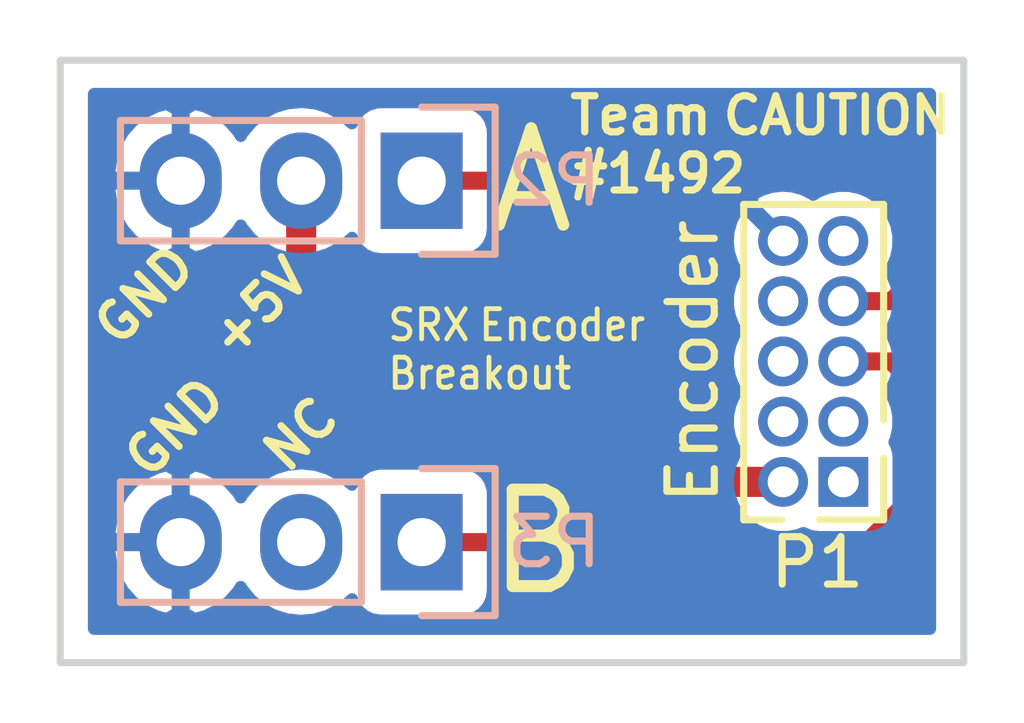
<source format=kicad_pcb>
(kicad_pcb (version 4) (host pcbnew 4.0.5)

  (general
    (links 5)
    (no_connects 0)
    (area 133.35 97.5726 154.940001 113.030001)
    (thickness 1.6002)
    (drawings 12)
    (tracks 14)
    (zones 0)
    (modules 3)
    (nets 12)
  )

  (page USLetter)
  (layers
    (0 F.Cu signal)
    (31 B.Cu signal)
    (32 B.Adhes user)
    (33 F.Adhes user)
    (34 B.Paste user)
    (35 F.Paste user)
    (36 B.SilkS user)
    (37 F.SilkS user)
    (38 B.Mask user)
    (39 F.Mask user)
    (40 Dwgs.User user)
    (41 Cmts.User user)
    (42 Eco1.User user)
    (43 Eco2.User user)
    (44 Edge.Cuts user)
    (45 Margin user)
    (46 B.CrtYd user)
    (47 F.CrtYd user)
    (48 B.Fab user hide)
    (49 F.Fab user hide)
  )

  (setup
    (last_trace_width 0.381)
    (user_trace_width 0.254)
    (user_trace_width 0.381)
    (user_trace_width 0.508)
    (user_trace_width 0.635)
    (user_trace_width 0.762)
    (trace_clearance 0.1524)
    (zone_clearance 0.508)
    (zone_45_only yes)
    (trace_min 0.1524)
    (segment_width 0.2)
    (edge_width 0.15)
    (via_size 0.6858)
    (via_drill 0.3302)
    (via_min_size 0.6858)
    (via_min_drill 0.3302)
    (user_via 0.762 0.4064)
    (uvia_size 0.0762)
    (uvia_drill 0.0508)
    (uvias_allowed no)
    (uvia_min_size 0)
    (uvia_min_drill 0)
    (pcb_text_width 0.1524)
    (pcb_text_size 0.762 0.762)
    (mod_edge_width 0.15)
    (mod_text_size 1 1)
    (mod_text_width 0.15)
    (pad_size 1.7272 2.032)
    (pad_drill 1.016)
    (pad_to_mask_clearance 0.1016)
    (solder_mask_min_width 0.1016)
    (aux_axis_origin 0 0)
    (visible_elements FFFFFFFF)
    (pcbplotparams
      (layerselection 0x010f0_80000001)
      (usegerberextensions true)
      (excludeedgelayer true)
      (linewidth 0.100000)
      (plotframeref false)
      (viasonmask false)
      (mode 1)
      (useauxorigin false)
      (hpglpennumber 1)
      (hpglpenspeed 20)
      (hpglpendiameter 15)
      (hpglpenoverlay 2)
      (psnegative false)
      (psa4output false)
      (plotreference true)
      (plotvalue true)
      (plotinvisibletext false)
      (padsonsilk false)
      (subtractmaskfromsilk false)
      (outputformat 1)
      (mirror false)
      (drillshape 0)
      (scaleselection 1)
      (outputdirectory gerbers/))
  )

  (net 0 "")
  (net 1 +3V3)
  (net 2 "Net-(P1-Pad3)")
  (net 3 /B)
  (net 4 /A)
  (net 5 /PWM)
  (net 6 /F_LIMIT)
  (net 7 "Net-(P1-Pad6)")
  (net 8 /R_LIMIT)
  (net 9 GND)
  (net 10 +5V)
  (net 11 "Net-(P3-Pad2)")

  (net_class Default "This is the default net class."
    (clearance 0.1524)
    (trace_width 0.381)
    (via_dia 0.6858)
    (via_drill 0.3302)
    (uvia_dia 0.0762)
    (uvia_drill 0.0508)
    (add_net /A)
    (add_net /B)
    (add_net /F_LIMIT)
    (add_net /PWM)
    (add_net /R_LIMIT)
    (add_net "Net-(P1-Pad3)")
    (add_net "Net-(P1-Pad6)")
    (add_net "Net-(P3-Pad2)")
  )

  (net_class Power ""
    (clearance 0.1524)
    (trace_width 0.635)
    (via_dia 0.6858)
    (via_drill 0.3302)
    (uvia_dia 0.0762)
    (uvia_drill 0.0508)
    (add_net +3V3)
    (add_net +5V)
    (add_net GND)
  )

  (module Pin_Headers:Pin_Header_Straight_2x05_Pitch1.27mm locked (layer F.Cu) (tedit 588A87C6) (tstamp 5889899A)
    (at 151.13 107.95 180)
    (descr "Through hole pin header, pitch 1.27mm")
    (tags "pin header")
    (path /58891271)
    (fp_text reference P1 (at 0.55 -1.7 180) (layer F.SilkS)
      (effects (font (size 1 1) (thickness 0.15)))
    )
    (fp_text value Encoder (at 3.175 2.54 270) (layer F.SilkS)
      (effects (font (size 1 1) (thickness 0.15)))
    )
    (fp_line (start 2.1 -0.8) (end 1.3 -0.8) (layer F.SilkS) (width 0.15))
    (fp_line (start 2.1 5.85) (end 2.1 -0.8) (layer F.SilkS) (width 0.15))
    (fp_line (start 2.1 5.85) (end -0.85 5.85) (layer F.SilkS) (width 0.15))
    (fp_line (start -1.1 -1.05) (end -1.1 6.1) (layer F.CrtYd) (width 0.05))
    (fp_line (start 2.35 -1.05) (end 2.35 6.1) (layer F.CrtYd) (width 0.05))
    (fp_line (start -1.1 -1.05) (end 2.35 -1.05) (layer F.CrtYd) (width 0.05))
    (fp_line (start -1.1 6.1) (end 2.35 6.1) (layer F.CrtYd) (width 0.05))
    (fp_line (start -0.85 5.85) (end -0.85 1.3) (layer F.SilkS) (width 0.15))
    (fp_line (start 0.5 -0.8) (end -0.85 -0.8) (layer F.SilkS) (width 0.15))
    (fp_line (start -0.85 -0.8) (end -0.85 0.5) (layer F.SilkS) (width 0.15))
    (pad 1 thru_hole rect (at 0 0 180) (size 1.05 1.05) (drill 0.65) (layers *.Cu *.Mask)
      (net 1 +3V3))
    (pad 3 thru_hole circle (at 0 1.27 180) (size 1.05 1.05) (drill 0.65) (layers *.Cu *.Mask)
      (net 2 "Net-(P1-Pad3)"))
    (pad 5 thru_hole circle (at 0 2.54 180) (size 1.05 1.05) (drill 0.65) (layers *.Cu *.Mask)
      (net 3 /B))
    (pad 7 thru_hole circle (at 0 3.81 180) (size 1.05 1.05) (drill 0.65) (layers *.Cu *.Mask)
      (net 4 /A))
    (pad 9 thru_hole circle (at 0 5.08 180) (size 1.05 1.05) (drill 0.65) (layers *.Cu *.Mask)
      (net 5 /PWM))
    (pad 4 thru_hole circle (at 1.27 1.27 180) (size 1.05 1.05) (drill 0.65) (layers *.Cu *.Mask)
      (net 6 /F_LIMIT))
    (pad 6 thru_hole circle (at 1.27 2.54 180) (size 1.05 1.05) (drill 0.65) (layers *.Cu *.Mask)
      (net 7 "Net-(P1-Pad6)"))
    (pad 8 thru_hole circle (at 1.27 3.81 180) (size 1.05 1.05) (drill 0.65) (layers *.Cu *.Mask)
      (net 8 /R_LIMIT))
    (pad 10 thru_hole circle (at 1.27 5.08 180) (size 1.05 1.05) (drill 0.65) (layers *.Cu *.Mask)
      (net 9 GND))
    (pad 2 thru_hole circle (at 1.27 0 180) (size 1.05 1.05) (drill 0.65) (layers *.Cu *.Mask)
      (net 10 +5V))
  )

  (module Socket_Strips:Socket_Strip_Straight_1x03 locked (layer B.Cu) (tedit 58899784) (tstamp 588989A1)
    (at 142.24 101.6 180)
    (descr "Through hole socket strip")
    (tags "socket strip")
    (path /58891297)
    (fp_text reference P2 (at -2.794 0 180) (layer B.SilkS)
      (effects (font (size 1 1) (thickness 0.15)) (justify mirror))
    )
    (fp_text value RoboRIO1 (at 0 3.1 180) (layer B.Fab)
      (effects (font (size 1 1) (thickness 0.15)) (justify mirror))
    )
    (fp_line (start 0 1.55) (end -1.55 1.55) (layer B.SilkS) (width 0.15))
    (fp_line (start -1.55 1.55) (end -1.55 -1.55) (layer B.SilkS) (width 0.15))
    (fp_line (start -1.55 -1.55) (end 0 -1.55) (layer B.SilkS) (width 0.15))
    (fp_line (start -1.75 1.75) (end -1.75 -1.75) (layer B.CrtYd) (width 0.05))
    (fp_line (start 6.85 1.75) (end 6.85 -1.75) (layer B.CrtYd) (width 0.05))
    (fp_line (start -1.75 1.75) (end 6.85 1.75) (layer B.CrtYd) (width 0.05))
    (fp_line (start -1.75 -1.75) (end 6.85 -1.75) (layer B.CrtYd) (width 0.05))
    (fp_line (start 1.27 1.27) (end 6.35 1.27) (layer B.SilkS) (width 0.15))
    (fp_line (start 6.35 1.27) (end 6.35 -1.27) (layer B.SilkS) (width 0.15))
    (fp_line (start 6.35 -1.27) (end 1.27 -1.27) (layer B.SilkS) (width 0.15))
    (fp_line (start 1.27 -1.27) (end 1.27 1.27) (layer B.SilkS) (width 0.15))
    (pad 1 thru_hole rect (at 0 0 180) (size 1.7272 2.032) (drill 1.016) (layers *.Cu *.Mask)
      (net 4 /A))
    (pad 2 thru_hole oval (at 2.54 0 180) (size 1.7272 2.032) (drill 1.016) (layers *.Cu *.Mask)
      (net 10 +5V))
    (pad 3 thru_hole oval (at 5.08 0 180) (size 1.7272 2.032) (drill 1.016) (layers *.Cu *.Mask)
      (net 9 GND))
    (model Socket_Strips.3dshapes/Socket_Strip_Straight_1x03.wrl
      (at (xyz 0.1 0 0))
      (scale (xyz 1 1 1))
      (rotate (xyz 0 0 180))
    )
  )

  (module Socket_Strips:Socket_Strip_Straight_1x03 locked (layer B.Cu) (tedit 54E9F429) (tstamp 588989A8)
    (at 142.24 109.22 180)
    (descr "Through hole socket strip")
    (tags "socket strip")
    (path /588912B0)
    (fp_text reference P3 (at -2.794 0 180) (layer B.SilkS)
      (effects (font (size 1 1) (thickness 0.15)) (justify mirror))
    )
    (fp_text value RoboRIO2 (at 0 3.1 180) (layer B.Fab)
      (effects (font (size 1 1) (thickness 0.15)) (justify mirror))
    )
    (fp_line (start 0 1.55) (end -1.55 1.55) (layer B.SilkS) (width 0.15))
    (fp_line (start -1.55 1.55) (end -1.55 -1.55) (layer B.SilkS) (width 0.15))
    (fp_line (start -1.55 -1.55) (end 0 -1.55) (layer B.SilkS) (width 0.15))
    (fp_line (start -1.75 1.75) (end -1.75 -1.75) (layer B.CrtYd) (width 0.05))
    (fp_line (start 6.85 1.75) (end 6.85 -1.75) (layer B.CrtYd) (width 0.05))
    (fp_line (start -1.75 1.75) (end 6.85 1.75) (layer B.CrtYd) (width 0.05))
    (fp_line (start -1.75 -1.75) (end 6.85 -1.75) (layer B.CrtYd) (width 0.05))
    (fp_line (start 1.27 1.27) (end 6.35 1.27) (layer B.SilkS) (width 0.15))
    (fp_line (start 6.35 1.27) (end 6.35 -1.27) (layer B.SilkS) (width 0.15))
    (fp_line (start 6.35 -1.27) (end 1.27 -1.27) (layer B.SilkS) (width 0.15))
    (fp_line (start 1.27 -1.27) (end 1.27 1.27) (layer B.SilkS) (width 0.15))
    (pad 1 thru_hole rect (at 0 0 180) (size 1.7272 2.032) (drill 1.016) (layers *.Cu *.Mask)
      (net 3 /B))
    (pad 2 thru_hole oval (at 2.54 0 180) (size 1.7272 2.032) (drill 1.016) (layers *.Cu *.Mask)
      (net 11 "Net-(P3-Pad2)"))
    (pad 3 thru_hole oval (at 5.08 0 180) (size 1.7272 2.032) (drill 1.016) (layers *.Cu *.Mask)
      (net 9 GND))
    (model Socket_Strips.3dshapes/Socket_Strip_Straight_1x03.wrl
      (at (xyz 0.1 0 0))
      (scale (xyz 1 1 1))
      (rotate (xyz 0 0 180))
    )
  )

  (gr_text "Team CAUTION\n#1492" (at 145.288 100.838) (layer F.SilkS)
    (effects (font (size 0.762 0.762) (thickness 0.1524)) (justify left))
  )
  (gr_text "SRX Encoder\nBreakout" (at 141.478 105.156) (layer F.SilkS) (tstamp 588A857C)
    (effects (font (size 0.635 0.5842) (thickness 0.1016)) (justify left))
  )
  (gr_text NC (at 139.065 107.569 45) (layer F.SilkS) (tstamp 588A81BD)
    (effects (font (size 0.762 0.762) (thickness 0.1524)) (justify left))
  )
  (gr_text GND (at 136.144 107.696 45) (layer F.SilkS) (tstamp 588A8067)
    (effects (font (size 0.762 0.762) (thickness 0.1524)) (justify left))
  )
  (gr_text +5V (at 139.7 103.378 45) (layer F.SilkS) (tstamp 588A804E)
    (effects (font (size 0.762 0.762) (thickness 0.1524)) (justify right))
  )
  (gr_text GND (at 137.287 103.124 45) (layer F.SilkS) (tstamp 588A7F76)
    (effects (font (size 0.762 0.762) (thickness 0.1524)) (justify right))
  )
  (gr_text B (at 143.51 109.22) (layer F.SilkS) (tstamp 58899C36)
    (effects (font (size 2.032 2.032) (thickness 0.254)) (justify left))
  )
  (gr_text A (at 143.51 101.6) (layer F.SilkS)
    (effects (font (size 2.032 2.032) (thickness 0.254)) (justify left))
  )
  (gr_line (start 153.67 99.06) (end 134.62 99.06) (layer Edge.Cuts) (width 0.15))
  (gr_line (start 153.67 111.76) (end 153.67 99.06) (layer Edge.Cuts) (width 0.15))
  (gr_line (start 134.62 111.76) (end 153.67 111.76) (layer Edge.Cuts) (width 0.15))
  (gr_line (start 134.62 99.06) (end 134.62 111.76) (layer Edge.Cuts) (width 0.15))

  (segment (start 152.654 108.204) (end 151.638 109.22) (width 0.381) (layer F.Cu) (net 3))
  (segment (start 151.638 109.22) (end 142.24 109.22) (width 0.381) (layer F.Cu) (net 3))
  (segment (start 152.654 105.918) (end 152.654 108.204) (width 0.381) (layer F.Cu) (net 3))
  (segment (start 151.13 105.41) (end 152.146 105.41) (width 0.381) (layer F.Cu) (net 3))
  (segment (start 152.146 105.41) (end 152.654 105.918) (width 0.381) (layer F.Cu) (net 3))
  (segment (start 152.146 104.14) (end 152.654 103.632) (width 0.381) (layer F.Cu) (net 4))
  (segment (start 151.13 104.14) (end 152.146 104.14) (width 0.381) (layer F.Cu) (net 4))
  (segment (start 152.654 102.616) (end 152.654 103.632) (width 0.381) (layer F.Cu) (net 4))
  (segment (start 151.638 101.6) (end 152.654 102.616) (width 0.381) (layer F.Cu) (net 4))
  (segment (start 142.24 101.6) (end 151.638 101.6) (width 0.381) (layer F.Cu) (net 4))
  (segment (start 139.7 101.6) (end 139.7 103.251) (width 0.635) (layer F.Cu) (net 10))
  (segment (start 139.7 103.251) (end 144.399 107.95) (width 0.635) (layer F.Cu) (net 10))
  (segment (start 144.399 107.95) (end 149.117538 107.95) (width 0.635) (layer F.Cu) (net 10))
  (segment (start 149.117538 107.95) (end 149.86 107.95) (width 0.635) (layer F.Cu) (net 10))

  (zone (net 9) (net_name GND) (layer B.Cu) (tstamp 0) (hatch edge 0.508)
    (connect_pads (clearance 0.508))
    (min_thickness 0.254)
    (fill yes (arc_segments 32) (thermal_gap 0.508) (thermal_bridge_width 0.381))
    (polygon
      (pts
        (xy 133.35 97.79) (xy 154.94 97.79) (xy 154.94 113.03) (xy 133.35 113.03)
      )
    )
    (filled_polygon
      (pts
        (xy 152.96 111.05) (xy 135.33 111.05) (xy 135.33 109.2835) (xy 135.6614 109.2835) (xy 135.6614 109.4359)
        (xy 135.702583 109.727042) (xy 135.799774 110.004556) (xy 135.949238 110.257776) (xy 136.145231 110.476972) (xy 136.380221 110.65372)
        (xy 136.645177 110.781227) (xy 136.86306 110.841287) (xy 137.0965 110.710744) (xy 137.0965 109.2835) (xy 135.6614 109.2835)
        (xy 135.33 109.2835) (xy 135.33 109.0041) (xy 135.6614 109.0041) (xy 135.6614 109.1565) (xy 137.0965 109.1565)
        (xy 137.0965 107.729256) (xy 137.2235 107.729256) (xy 137.2235 109.1565) (xy 137.2435 109.1565) (xy 137.2435 109.2835)
        (xy 137.2235 109.2835) (xy 137.2235 110.710744) (xy 137.45694 110.841287) (xy 137.674823 110.781227) (xy 137.939779 110.65372)
        (xy 138.174769 110.476972) (xy 138.370762 110.257776) (xy 138.426835 110.162778) (xy 138.451784 110.209701) (xy 138.636637 110.436353)
        (xy 138.861994 110.622784) (xy 139.119269 110.761892) (xy 139.398665 110.848379) (xy 139.689538 110.878951) (xy 139.98081 110.852444)
        (xy 140.261385 110.769866) (xy 140.520578 110.634363) (xy 140.748515 110.451097) (xy 140.772745 110.42222) (xy 140.799506 110.508634)
        (xy 140.8983 110.658559) (xy 141.03495 110.775025) (xy 141.198637 110.84881) (xy 141.3764 110.874072) (xy 143.1036 110.874072)
        (xy 143.204721 110.866008) (xy 143.376234 110.812894) (xy 143.526159 110.7141) (xy 143.642625 110.57745) (xy 143.71641 110.413763)
        (xy 143.741672 110.236) (xy 143.741672 108.204) (xy 143.733608 108.102879) (xy 143.680494 107.931366) (xy 143.5817 107.781441)
        (xy 143.44505 107.664975) (xy 143.281363 107.59119) (xy 143.1036 107.565928) (xy 141.3764 107.565928) (xy 141.275279 107.573992)
        (xy 141.103766 107.627106) (xy 140.953841 107.7259) (xy 140.837375 107.86255) (xy 140.770067 108.011867) (xy 140.763363 108.003647)
        (xy 140.538006 107.817216) (xy 140.280731 107.678108) (xy 140.001335 107.591621) (xy 139.710462 107.561049) (xy 139.41919 107.587556)
        (xy 139.138615 107.670134) (xy 138.879422 107.805637) (xy 138.651485 107.988903) (xy 138.463485 108.212952) (xy 138.427517 108.278378)
        (xy 138.370762 108.182224) (xy 138.174769 107.963028) (xy 137.939779 107.78628) (xy 137.674823 107.658773) (xy 137.45694 107.598713)
        (xy 137.2235 107.729256) (xy 137.0965 107.729256) (xy 136.86306 107.598713) (xy 136.645177 107.658773) (xy 136.380221 107.78628)
        (xy 136.145231 107.963028) (xy 135.949238 108.182224) (xy 135.799774 108.435444) (xy 135.702583 108.712958) (xy 135.6614 109.0041)
        (xy 135.33 109.0041) (xy 135.33 101.6635) (xy 135.6614 101.6635) (xy 135.6614 101.8159) (xy 135.702583 102.107042)
        (xy 135.799774 102.384556) (xy 135.949238 102.637776) (xy 136.145231 102.856972) (xy 136.380221 103.03372) (xy 136.645177 103.161227)
        (xy 136.86306 103.221287) (xy 137.0965 103.090744) (xy 137.0965 101.6635) (xy 135.6614 101.6635) (xy 135.33 101.6635)
        (xy 135.33 101.3841) (xy 135.6614 101.3841) (xy 135.6614 101.5365) (xy 137.0965 101.5365) (xy 137.0965 100.109256)
        (xy 137.2235 100.109256) (xy 137.2235 101.5365) (xy 137.2435 101.5365) (xy 137.2435 101.6635) (xy 137.2235 101.6635)
        (xy 137.2235 103.090744) (xy 137.45694 103.221287) (xy 137.674823 103.161227) (xy 137.939779 103.03372) (xy 138.174769 102.856972)
        (xy 138.370762 102.637776) (xy 138.426835 102.542778) (xy 138.451784 102.589701) (xy 138.636637 102.816353) (xy 138.861994 103.002784)
        (xy 139.119269 103.141892) (xy 139.398665 103.228379) (xy 139.689538 103.258951) (xy 139.98081 103.232444) (xy 140.261385 103.149866)
        (xy 140.520578 103.014363) (xy 140.748515 102.831097) (xy 140.772745 102.80222) (xy 140.799506 102.888634) (xy 140.8983 103.038559)
        (xy 141.03495 103.155025) (xy 141.198637 103.22881) (xy 141.3764 103.254072) (xy 143.1036 103.254072) (xy 143.204721 103.246008)
        (xy 143.376234 103.192894) (xy 143.526159 103.0941) (xy 143.642625 102.95745) (xy 143.67404 102.887757) (xy 148.694523 102.887757)
        (xy 148.720381 103.114789) (xy 148.790035 103.332415) (xy 148.881076 103.50274) (xy 148.889559 103.503989) (xy 148.838566 103.578462)
        (xy 148.748949 103.787554) (xy 148.701651 104.01007) (xy 148.698475 104.237536) (xy 148.739541 104.461286) (xy 148.823285 104.672799)
        (xy 148.889012 104.774787) (xy 148.838566 104.848462) (xy 148.748949 105.057554) (xy 148.701651 105.28007) (xy 148.698475 105.507536)
        (xy 148.739541 105.731286) (xy 148.823285 105.942799) (xy 148.889012 106.044787) (xy 148.838566 106.118462) (xy 148.748949 106.327554)
        (xy 148.701651 106.55007) (xy 148.698475 106.777536) (xy 148.739541 107.001286) (xy 148.823285 107.212799) (xy 148.889012 107.314787)
        (xy 148.838566 107.388462) (xy 148.748949 107.597554) (xy 148.701651 107.82007) (xy 148.698475 108.047536) (xy 148.739541 108.271286)
        (xy 148.823285 108.482799) (xy 148.946517 108.674018) (xy 149.104543 108.837659) (xy 149.291344 108.967489) (xy 149.499806 109.058564)
        (xy 149.721987 109.107414) (xy 149.949425 109.112178) (xy 150.173456 109.072675) (xy 150.291816 109.026766) (xy 150.427237 109.08781)
        (xy 150.605 109.113072) (xy 151.655 109.113072) (xy 151.756121 109.105008) (xy 151.927634 109.051894) (xy 152.077559 108.9531)
        (xy 152.194025 108.81645) (xy 152.26781 108.652763) (xy 152.293072 108.475) (xy 152.293072 107.425) (xy 152.285008 107.323879)
        (xy 152.231894 107.152366) (xy 152.206607 107.113992) (xy 152.236022 107.047925) (xy 152.286422 106.82609) (xy 152.29005 106.566256)
        (xy 152.245864 106.343101) (xy 152.159175 106.132778) (xy 152.101263 106.045613) (xy 152.143495 105.985745) (xy 152.236022 105.777925)
        (xy 152.286422 105.55609) (xy 152.29005 105.296256) (xy 152.245864 105.073101) (xy 152.159175 104.862778) (xy 152.101263 104.775613)
        (xy 152.143495 104.715745) (xy 152.236022 104.507925) (xy 152.286422 104.28609) (xy 152.29005 104.026256) (xy 152.245864 103.803101)
        (xy 152.159175 103.592778) (xy 152.101263 103.505613) (xy 152.143495 103.445745) (xy 152.236022 103.237925) (xy 152.286422 103.01609)
        (xy 152.29005 102.756256) (xy 152.245864 102.533101) (xy 152.159175 102.322778) (xy 152.033285 102.133298) (xy 151.87299 101.97188)
        (xy 151.684394 101.84467) (xy 151.474681 101.756515) (xy 151.25184 101.710772) (xy 151.024357 101.709184) (xy 150.800899 101.751811)
        (xy 150.589976 101.83703) (xy 150.494027 101.899817) (xy 150.49274 101.891076) (xy 150.289604 101.786444) (xy 150.069958 101.723453)
        (xy 149.842243 101.704523) (xy 149.615211 101.730381) (xy 149.397585 101.800035) (xy 149.22726 101.891076) (xy 149.194359 102.114556)
        (xy 149.86 102.780197) (xy 149.874142 102.766055) (xy 149.963945 102.855858) (xy 149.949803 102.87) (xy 149.963945 102.884142)
        (xy 149.874142 102.973945) (xy 149.86 102.959803) (xy 149.845858 102.973945) (xy 149.756055 102.884142) (xy 149.770197 102.87)
        (xy 149.104556 102.204359) (xy 148.881076 102.23726) (xy 148.776444 102.440396) (xy 148.713453 102.660042) (xy 148.694523 102.887757)
        (xy 143.67404 102.887757) (xy 143.71641 102.793763) (xy 143.741672 102.616) (xy 143.741672 100.584) (xy 143.733608 100.482879)
        (xy 143.680494 100.311366) (xy 143.5817 100.161441) (xy 143.44505 100.044975) (xy 143.281363 99.97119) (xy 143.1036 99.945928)
        (xy 141.3764 99.945928) (xy 141.275279 99.953992) (xy 141.103766 100.007106) (xy 140.953841 100.1059) (xy 140.837375 100.24255)
        (xy 140.770067 100.391867) (xy 140.763363 100.383647) (xy 140.538006 100.197216) (xy 140.280731 100.058108) (xy 140.001335 99.971621)
        (xy 139.710462 99.941049) (xy 139.41919 99.967556) (xy 139.138615 100.050134) (xy 138.879422 100.185637) (xy 138.651485 100.368903)
        (xy 138.463485 100.592952) (xy 138.427517 100.658378) (xy 138.370762 100.562224) (xy 138.174769 100.343028) (xy 137.939779 100.16628)
        (xy 137.674823 100.038773) (xy 137.45694 99.978713) (xy 137.2235 100.109256) (xy 137.0965 100.109256) (xy 136.86306 99.978713)
        (xy 136.645177 100.038773) (xy 136.380221 100.16628) (xy 136.145231 100.343028) (xy 135.949238 100.562224) (xy 135.799774 100.815444)
        (xy 135.702583 101.092958) (xy 135.6614 101.3841) (xy 135.33 101.3841) (xy 135.33 99.77) (xy 152.96 99.77)
      )
    )
  )
)

</source>
